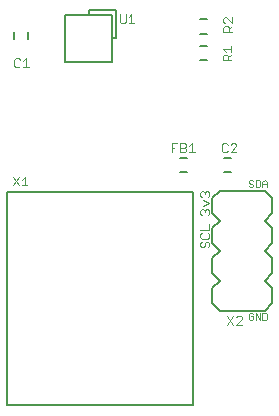
<source format=gbr>
G04 EAGLE Gerber RS-274X export*
G75*
%MOMM*%
%FSLAX34Y34*%
%LPD*%
%INSilkscreen Top*%
%IPPOS*%
%AMOC8*
5,1,8,0,0,1.08239X$1,22.5*%
G01*
%ADD10C,0.076200*%
%ADD11C,0.050800*%
%ADD12C,0.152400*%
%ADD13C,0.127000*%


D10*
X185975Y130381D02*
X184747Y131610D01*
X184747Y134067D01*
X185975Y135296D01*
X187204Y135296D01*
X188433Y134067D01*
X188433Y132838D01*
X188433Y134067D02*
X189662Y135296D01*
X190890Y135296D01*
X192119Y134067D01*
X192119Y131610D01*
X190890Y130381D01*
X187204Y137865D02*
X192119Y140323D01*
X187204Y142780D01*
X185975Y145349D02*
X184747Y146578D01*
X184747Y149035D01*
X185975Y150264D01*
X187204Y150264D01*
X188433Y149035D01*
X188433Y147807D01*
X188433Y149035D02*
X189662Y150264D01*
X190890Y150264D01*
X192119Y149035D01*
X192119Y146578D01*
X190890Y145349D01*
X185975Y107796D02*
X184747Y106567D01*
X184747Y104110D01*
X185975Y102881D01*
X187204Y102881D01*
X188433Y104110D01*
X188433Y106567D01*
X189662Y107796D01*
X190890Y107796D01*
X192119Y106567D01*
X192119Y104110D01*
X190890Y102881D01*
X184747Y114051D02*
X185975Y115280D01*
X184747Y114051D02*
X184747Y111594D01*
X185975Y110365D01*
X190890Y110365D01*
X192119Y111594D01*
X192119Y114051D01*
X190890Y115280D01*
X192119Y117849D02*
X184747Y117849D01*
X192119Y117849D02*
X192119Y122764D01*
D11*
X228711Y159751D02*
X229643Y158819D01*
X228711Y159751D02*
X226847Y159751D01*
X225915Y158819D01*
X225915Y157887D01*
X226847Y156954D01*
X228711Y156954D01*
X229643Y156022D01*
X229643Y155090D01*
X228711Y154158D01*
X226847Y154158D01*
X225915Y155090D01*
X231528Y154158D02*
X231528Y159751D01*
X231528Y154158D02*
X234324Y154158D01*
X235256Y155090D01*
X235256Y158819D01*
X234324Y159751D01*
X231528Y159751D01*
X237141Y157887D02*
X237141Y154158D01*
X237141Y157887D02*
X239005Y159751D01*
X240869Y157887D01*
X240869Y154158D01*
X240869Y156954D02*
X237141Y156954D01*
X228711Y47251D02*
X229643Y46319D01*
X228711Y47251D02*
X226847Y47251D01*
X225915Y46319D01*
X225915Y42590D01*
X226847Y41658D01*
X228711Y41658D01*
X229643Y42590D01*
X229643Y44454D01*
X227779Y44454D01*
X231528Y41658D02*
X231528Y47251D01*
X235256Y41658D01*
X235256Y47251D01*
X237141Y47251D02*
X237141Y41658D01*
X239937Y41658D01*
X240869Y42590D01*
X240869Y46319D01*
X239937Y47251D01*
X237141Y47251D01*
D12*
X38500Y279500D02*
X38500Y285500D01*
X26500Y285500D02*
X26500Y279500D01*
D10*
X30719Y262870D02*
X31948Y261642D01*
X30719Y262870D02*
X28261Y262870D01*
X27033Y261642D01*
X27033Y256727D01*
X28261Y255498D01*
X30719Y255498D01*
X31948Y256727D01*
X34517Y260413D02*
X36974Y262870D01*
X36974Y255498D01*
X34517Y255498D02*
X39432Y255498D01*
D12*
X204500Y178500D02*
X210500Y178500D01*
X210500Y166500D02*
X204500Y166500D01*
D10*
X207676Y189780D02*
X206447Y191008D01*
X203990Y191008D01*
X202761Y189780D01*
X202761Y184865D01*
X203990Y183636D01*
X206447Y183636D01*
X207676Y184865D01*
X210245Y183636D02*
X215160Y183636D01*
X210245Y183636D02*
X215160Y188551D01*
X215160Y189780D01*
X213931Y191008D01*
X211474Y191008D01*
X210245Y189780D01*
D12*
X173000Y178500D02*
X167000Y178500D01*
X167000Y166500D02*
X173000Y166500D01*
D10*
X160261Y183636D02*
X160261Y191008D01*
X165176Y191008D01*
X162718Y187322D02*
X160261Y187322D01*
X167745Y183636D02*
X167745Y191008D01*
X171431Y191008D01*
X172660Y189780D01*
X172660Y188551D01*
X171431Y187322D01*
X172660Y186093D01*
X172660Y184865D01*
X171431Y183636D01*
X167745Y183636D01*
X167745Y187322D02*
X171431Y187322D01*
X175229Y188551D02*
X177687Y191008D01*
X177687Y183636D01*
X180144Y183636D02*
X175229Y183636D01*
D12*
X184000Y273500D02*
X190000Y273500D01*
X190000Y261500D02*
X184000Y261500D01*
D10*
X203492Y261261D02*
X210864Y261261D01*
X203492Y261261D02*
X203492Y264947D01*
X204720Y266176D01*
X207178Y266176D01*
X208407Y264947D01*
X208407Y261261D01*
X208407Y263718D02*
X210864Y266176D01*
X205949Y268745D02*
X203492Y271203D01*
X210864Y271203D01*
X210864Y273660D02*
X210864Y268745D01*
D12*
X190000Y296000D02*
X184000Y296000D01*
X184000Y284000D02*
X190000Y284000D01*
D10*
X203992Y285261D02*
X211364Y285261D01*
X203992Y285261D02*
X203992Y288947D01*
X205220Y290176D01*
X207678Y290176D01*
X208907Y288947D01*
X208907Y285261D01*
X208907Y287718D02*
X211364Y290176D01*
X211364Y292745D02*
X211364Y297660D01*
X211364Y292745D02*
X206449Y297660D01*
X205220Y297660D01*
X203992Y296431D01*
X203992Y293974D01*
X205220Y292745D01*
D13*
X178700Y150000D02*
X178700Y-30800D01*
X178700Y150000D02*
X21300Y150000D01*
X21300Y-30800D01*
X178700Y-30800D01*
D10*
X30796Y155381D02*
X25881Y162753D01*
X30796Y162753D02*
X25881Y155381D01*
X33365Y160296D02*
X35823Y162753D01*
X35823Y155381D01*
X38280Y155381D02*
X33365Y155381D01*
D12*
X194600Y144450D02*
X200950Y150800D01*
X194600Y131750D02*
X200950Y125400D01*
X194600Y119050D01*
X194600Y106350D02*
X200950Y100000D01*
X194600Y93650D01*
X194600Y80950D02*
X200950Y74600D01*
X194600Y68250D01*
X194600Y55550D02*
X200950Y49200D01*
X200950Y150800D02*
X239050Y150800D01*
X245400Y144450D01*
X245400Y131750D01*
X239050Y125400D01*
X245400Y119050D01*
X245400Y106350D01*
X239050Y100000D01*
X245400Y93650D01*
X245400Y80950D01*
X239050Y74600D01*
X245400Y68250D01*
X245400Y55550D01*
X239050Y49200D01*
X200950Y49200D01*
X194600Y55550D02*
X194600Y68250D01*
X194600Y80950D02*
X194600Y93650D01*
X194600Y106350D02*
X194600Y119050D01*
X194600Y131750D02*
X194600Y144450D01*
D10*
X207581Y45003D02*
X212496Y37631D01*
X207581Y37631D02*
X212496Y45003D01*
X215065Y37631D02*
X219980Y37631D01*
X215065Y37631D02*
X219980Y42546D01*
X219980Y43775D01*
X218751Y45003D01*
X216294Y45003D01*
X215065Y43775D01*
D13*
X70000Y260000D02*
X70000Y300000D01*
X70000Y260000D02*
X110000Y260000D01*
X110000Y280000D01*
X110000Y300000D01*
X90000Y300000D01*
X70000Y300000D01*
X110000Y280000D02*
X113500Y280000D01*
X113500Y303500D01*
X90000Y303500D01*
X90000Y300000D01*
D10*
X116381Y300253D02*
X116381Y294110D01*
X117610Y292881D01*
X120067Y292881D01*
X121296Y294110D01*
X121296Y300253D01*
X123865Y297796D02*
X126323Y300253D01*
X126323Y292881D01*
X128780Y292881D02*
X123865Y292881D01*
M02*

</source>
